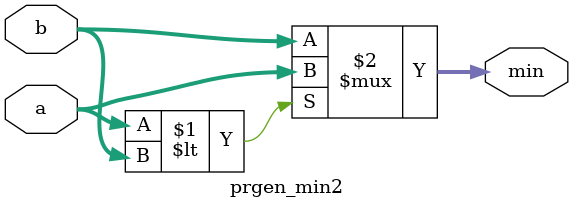
<source format=v>



module prgen_min2(a,b,min);

   parameter             WIDTH = 8;
   
   input [WIDTH-1:0]      a;
   input [WIDTH-1:0]      b;

   output [WIDTH-1:0]      min;

   
   assign          min = a < b ? a : b;   
   
endmodule


   


</source>
